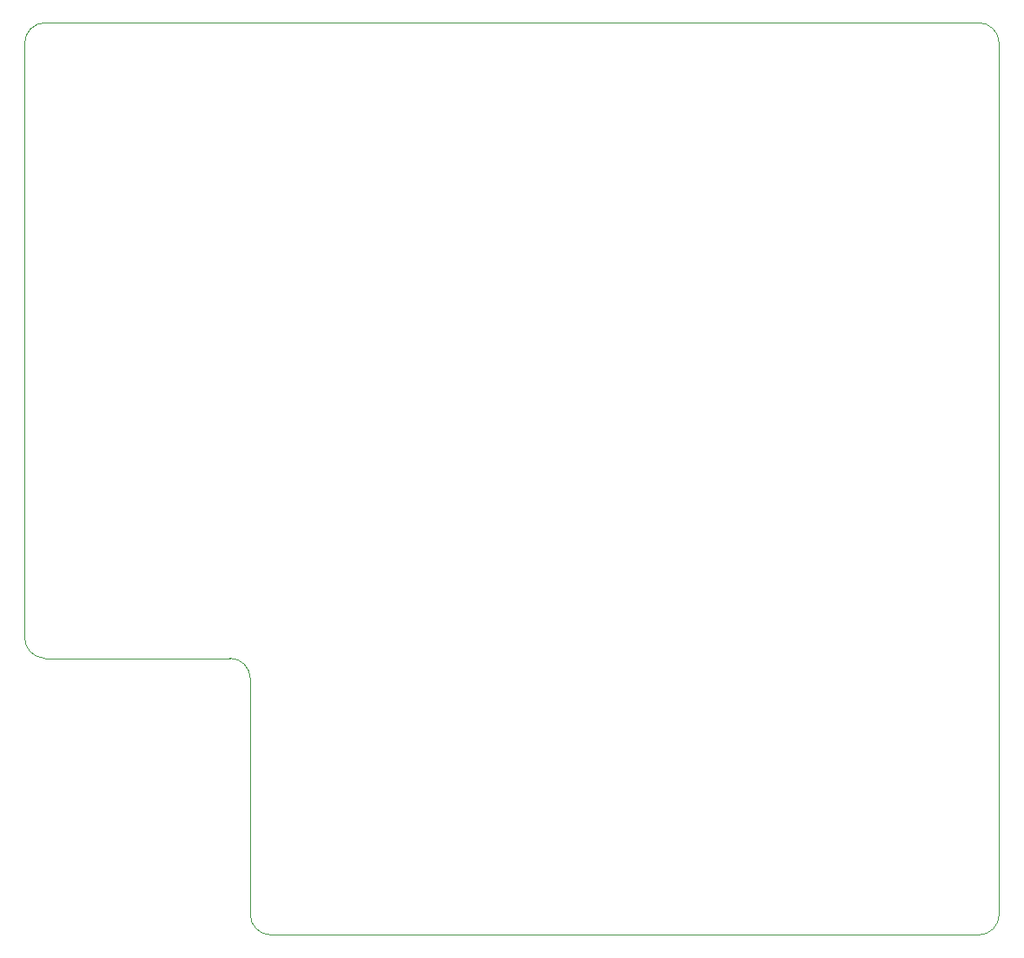
<source format=gbr>
%TF.GenerationSoftware,KiCad,Pcbnew,9.0.0*%
%TF.CreationDate,2025-07-08T12:35:53+02:00*%
%TF.ProjectId,capibarazeroPCB,63617069-6261-4726-917a-65726f504342,rev?*%
%TF.SameCoordinates,Original*%
%TF.FileFunction,Profile,NP*%
%FSLAX46Y46*%
G04 Gerber Fmt 4.6, Leading zero omitted, Abs format (unit mm)*
G04 Created by KiCad (PCBNEW 9.0.0) date 2025-07-08 12:35:53*
%MOMM*%
%LPD*%
G01*
G04 APERTURE LIST*
%TA.AperFunction,Profile*%
%ADD10C,0.050000*%
%TD*%
G04 APERTURE END LIST*
D10*
X95300000Y-62500000D02*
X186300000Y-62500000D01*
X93300000Y-122500000D02*
X93300000Y-64500000D01*
X186300000Y-62500000D02*
G75*
G02*
X188300000Y-64500000I0J-2000000D01*
G01*
X95300000Y-124500000D02*
G75*
G02*
X93300000Y-122500000I0J2000000D01*
G01*
X113300000Y-124500000D02*
G75*
G02*
X115300000Y-126500000I0J-2000000D01*
G01*
X117300000Y-151500000D02*
G75*
G02*
X115300000Y-149500000I0J2000000D01*
G01*
X115300000Y-149500000D02*
X115300000Y-126500000D01*
X186300000Y-151500000D02*
X117300000Y-151500000D01*
X188300000Y-64500000D02*
X188300000Y-149500000D01*
X93300000Y-64500000D02*
G75*
G02*
X95300000Y-62500000I2000000J0D01*
G01*
X113300000Y-124500000D02*
X95300000Y-124500000D01*
X188300000Y-149500000D02*
G75*
G02*
X186300000Y-151500000I-2000000J0D01*
G01*
M02*

</source>
